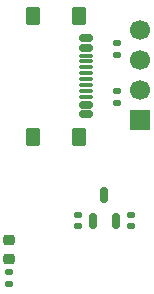
<source format=gbr>
%TF.GenerationSoftware,KiCad,Pcbnew,8.0.2-1.fc40*%
%TF.CreationDate,2025-03-27T00:28:51+07:00*%
%TF.ProjectId,magic-epaper,6d616769-632d-4657-9061-7065722e6b69,rev?*%
%TF.SameCoordinates,Original*%
%TF.FileFunction,Paste,Bot*%
%TF.FilePolarity,Positive*%
%FSLAX46Y46*%
G04 Gerber Fmt 4.6, Leading zero omitted, Abs format (unit mm)*
G04 Created by KiCad (PCBNEW 8.0.2-1.fc40) date 2025-03-27 00:28:51*
%MOMM*%
%LPD*%
G01*
G04 APERTURE LIST*
G04 Aperture macros list*
%AMRoundRect*
0 Rectangle with rounded corners*
0 $1 Rounding radius*
0 $2 $3 $4 $5 $6 $7 $8 $9 X,Y pos of 4 corners*
0 Add a 4 corners polygon primitive as box body*
4,1,4,$2,$3,$4,$5,$6,$7,$8,$9,$2,$3,0*
0 Add four circle primitives for the rounded corners*
1,1,$1+$1,$2,$3*
1,1,$1+$1,$4,$5*
1,1,$1+$1,$6,$7*
1,1,$1+$1,$8,$9*
0 Add four rect primitives between the rounded corners*
20,1,$1+$1,$2,$3,$4,$5,0*
20,1,$1+$1,$4,$5,$6,$7,0*
20,1,$1+$1,$6,$7,$8,$9,0*
20,1,$1+$1,$8,$9,$2,$3,0*%
G04 Aperture macros list end*
%ADD10RoundRect,0.150000X0.425000X-0.150000X0.425000X0.150000X-0.425000X0.150000X-0.425000X-0.150000X0*%
%ADD11RoundRect,0.075000X0.500000X-0.075000X0.500000X0.075000X-0.500000X0.075000X-0.500000X-0.075000X0*%
%ADD12RoundRect,0.150000X0.450000X-0.600000X0.450000X0.600000X-0.450000X0.600000X-0.450000X-0.600000X0*%
%ADD13RoundRect,0.135000X-0.185000X0.135000X-0.185000X-0.135000X0.185000X-0.135000X0.185000X0.135000X0*%
%ADD14RoundRect,0.218750X-0.256250X0.218750X-0.256250X-0.218750X0.256250X-0.218750X0.256250X0.218750X0*%
%ADD15RoundRect,0.140000X-0.170000X0.140000X-0.170000X-0.140000X0.170000X-0.140000X0.170000X0.140000X0*%
%ADD16RoundRect,0.140000X0.170000X-0.140000X0.170000X0.140000X-0.170000X0.140000X-0.170000X-0.140000X0*%
%ADD17RoundRect,0.150000X0.150000X-0.512500X0.150000X0.512500X-0.150000X0.512500X-0.150000X-0.512500X0*%
%ADD18R,1.700000X1.700000*%
%ADD19C,1.700000*%
%ADD20RoundRect,0.135000X0.185000X-0.135000X0.185000X0.135000X-0.185000X0.135000X-0.185000X-0.135000X0*%
G04 APERTURE END LIST*
D10*
%TO.C,J3*%
X116300000Y-103748500D03*
X116300000Y-102948500D03*
D11*
X116300000Y-101798500D03*
X116300000Y-100798500D03*
X116300000Y-100298500D03*
X116300000Y-99298500D03*
D10*
X116300000Y-98148500D03*
X116300000Y-97348500D03*
X116300000Y-97348500D03*
X116300000Y-98148500D03*
D11*
X116300000Y-98798500D03*
X116300000Y-99798500D03*
X116300000Y-101298500D03*
X116300000Y-102298500D03*
D10*
X116300000Y-102948500D03*
X116300000Y-103748500D03*
D12*
X111795000Y-105658500D03*
X115725000Y-105658500D03*
X111795000Y-95438500D03*
X115725000Y-95438500D03*
%TD*%
D13*
%TO.C,R5*%
X118900000Y-101830000D03*
X118900000Y-102850000D03*
%TD*%
D14*
%TO.C,D4*%
X109800000Y-114418250D03*
X109800000Y-115993250D03*
%TD*%
D15*
%TO.C,C26*%
X115590000Y-112307500D03*
X115590000Y-113267500D03*
%TD*%
D16*
%TO.C,C25*%
X120101600Y-113267500D03*
X120101600Y-112307500D03*
%TD*%
D17*
%TO.C,U3*%
X118800000Y-112850000D03*
X116900000Y-112850000D03*
X117850000Y-110575000D03*
%TD*%
D18*
%TO.C,J4*%
X120880000Y-104240000D03*
D19*
X120880000Y-101700000D03*
X120880000Y-99160000D03*
X120880000Y-96620000D03*
%TD*%
D20*
%TO.C,R8*%
X109800000Y-118126750D03*
X109800000Y-117106750D03*
%TD*%
%TO.C,R6*%
X118900000Y-98750000D03*
X118900000Y-97730000D03*
%TD*%
M02*

</source>
